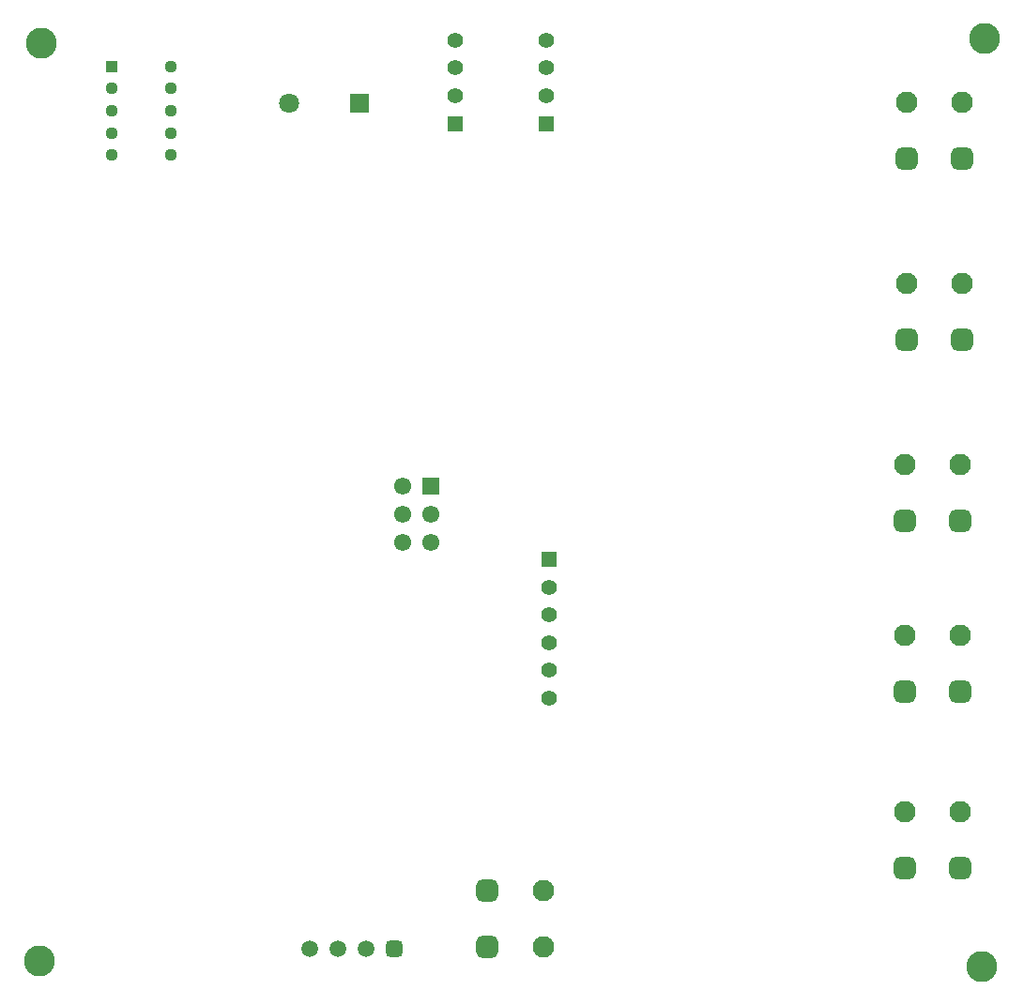
<source format=gbr>
G04*
G04 #@! TF.GenerationSoftware,Altium Limited,Altium Designer,24.6.1 (21)*
G04*
G04 Layer_Color=255*
%FSLAX25Y25*%
%MOIN*%
G70*
G04*
G04 #@! TF.SameCoordinates,02B8DA6F-49FF-4BAE-8194-33363A00AC8D*
G04*
G04*
G04 #@! TF.FilePolarity,Positive*
G04*
G01*
G75*
%ADD56C,0.05512*%
%ADD57R,0.05512X0.05512*%
%ADD61R,0.06102X0.06102*%
%ADD62C,0.06102*%
G04:AMPARAMS|DCode=70|XSize=76.77mil|YSize=76.77mil|CornerRadius=19.19mil|HoleSize=0mil|Usage=FLASHONLY|Rotation=90.000|XOffset=0mil|YOffset=0mil|HoleType=Round|Shape=RoundedRectangle|*
%AMROUNDEDRECTD70*
21,1,0.07677,0.03839,0,0,90.0*
21,1,0.03839,0.07677,0,0,90.0*
1,1,0.03839,0.01919,0.01919*
1,1,0.03839,0.01919,-0.01919*
1,1,0.03839,-0.01919,-0.01919*
1,1,0.03839,-0.01919,0.01919*
%
%ADD70ROUNDEDRECTD70*%
%ADD71C,0.07677*%
%ADD72R,0.07087X0.07087*%
%ADD73C,0.07087*%
%ADD74C,0.11000*%
%ADD75C,0.04370*%
%ADD76R,0.04370X0.04370*%
G04:AMPARAMS|DCode=77|XSize=76.77mil|YSize=76.77mil|CornerRadius=19.19mil|HoleSize=0mil|Usage=FLASHONLY|Rotation=0.000|XOffset=0mil|YOffset=0mil|HoleType=Round|Shape=RoundedRectangle|*
%AMROUNDEDRECTD77*
21,1,0.07677,0.03839,0,0,0.0*
21,1,0.03839,0.07677,0,0,0.0*
1,1,0.03839,0.01919,-0.01919*
1,1,0.03839,-0.01919,-0.01919*
1,1,0.03839,-0.01919,0.01919*
1,1,0.03839,0.01919,0.01919*
%
%ADD77ROUNDEDRECTD77*%
%ADD78C,0.05906*%
G04:AMPARAMS|DCode=79|XSize=59.06mil|YSize=59.06mil|CornerRadius=14.76mil|HoleSize=0mil|Usage=FLASHONLY|Rotation=0.000|XOffset=0mil|YOffset=0mil|HoleType=Round|Shape=RoundedRectangle|*
%AMROUNDEDRECTD79*
21,1,0.05906,0.02953,0,0,0.0*
21,1,0.02953,0.05906,0,0,0.0*
1,1,0.02953,0.01476,-0.01476*
1,1,0.02953,-0.01476,-0.01476*
1,1,0.02953,-0.01476,0.01476*
1,1,0.02953,0.01476,0.01476*
%
%ADD79ROUNDEDRECTD79*%
D56*
X534500Y439500D02*
D03*
Y429658D02*
D03*
Y419815D02*
D03*
X502000Y439500D02*
D03*
Y429658D02*
D03*
Y419815D02*
D03*
X535500Y205815D02*
D03*
Y215657D02*
D03*
Y225500D02*
D03*
Y235343D02*
D03*
Y245185D02*
D03*
D57*
X534500Y409972D02*
D03*
X502000D02*
D03*
X535500Y255028D02*
D03*
D61*
X493441Y281201D02*
D03*
D62*
Y271201D02*
D03*
Y261201D02*
D03*
X483441Y281201D02*
D03*
Y271201D02*
D03*
Y261201D02*
D03*
D70*
X681493Y208129D02*
D03*
X661808D02*
D03*
Y268905D02*
D03*
X681493D02*
D03*
X682030Y333129D02*
D03*
X662345D02*
D03*
X682030Y397405D02*
D03*
X662345D02*
D03*
X681493Y145629D02*
D03*
X661808D02*
D03*
D71*
X681493Y228129D02*
D03*
X661808D02*
D03*
Y288905D02*
D03*
X681493D02*
D03*
X682030Y353129D02*
D03*
X662345D02*
D03*
X682030Y417405D02*
D03*
X662345D02*
D03*
X533276Y117642D02*
D03*
Y137327D02*
D03*
X681493Y165629D02*
D03*
X661808D02*
D03*
D72*
X468000Y417000D02*
D03*
D73*
X443000D02*
D03*
D74*
X354500Y112500D02*
D03*
X689000Y110500D02*
D03*
X690000Y440000D02*
D03*
X355000Y438500D02*
D03*
D75*
X400933Y398752D02*
D03*
Y406626D02*
D03*
Y414500D02*
D03*
Y422374D02*
D03*
Y430248D02*
D03*
X380067Y398752D02*
D03*
Y406626D02*
D03*
Y414500D02*
D03*
Y422374D02*
D03*
D76*
Y430248D02*
D03*
D77*
X513276Y117642D02*
D03*
Y137327D02*
D03*
D78*
X450500Y116681D02*
D03*
X460500D02*
D03*
X470500D02*
D03*
D79*
X480500D02*
D03*
M02*

</source>
